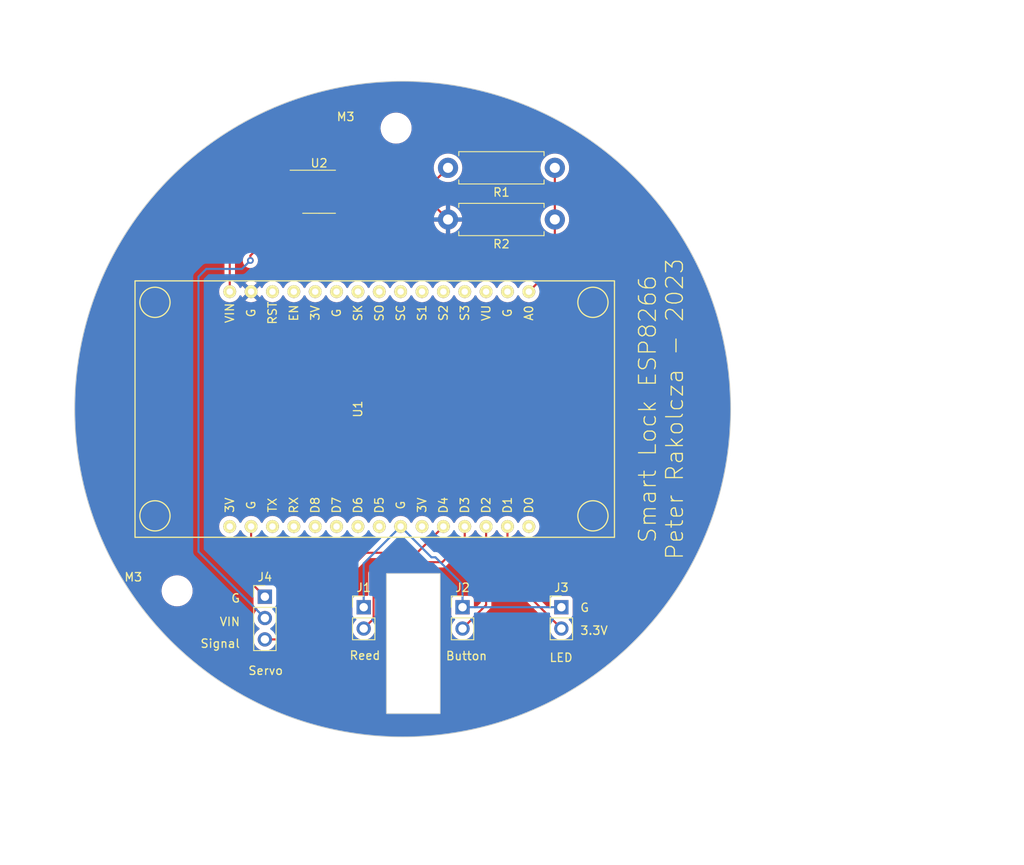
<source format=kicad_pcb>
(kicad_pcb (version 20221018) (generator pcbnew)
  (layers (0 "F.Cu" signal) (31 "B.Cu" signal) (34 "B.Paste" user) (35 "F.Paste" user) (36 "B.SilkS" user "B.Silkscreen") (37 "F.SilkS" user "F.Silkscreen") (38 "B.Mask" user) (39 "F.Mask" user) (44 "Edge.Cuts" user))
  (net 0 "")
  (net 1 "Net-(J1-Pin_1)")
  (net 2 "Net-(J1-Pin_2)")
  (net 3 "Net-(J4-Pin_1)")
  (net 4 "Net-(U1-A0(ADC0))")
  (net 5 "Net-(U2-VIOUT)")
  (net 6 "Net-(U2-GND)")
  (net 19 "Net-(U1-VIN)")
  (net 21 "Net-(J2-Pin_2)")
  (net 30 "Net-(J3-Pin_2)")
  (net 31 "Net-(J4-Pin_2)")
  (net 33 "Net-(J4-Pin_3)")
  (footprint "Connector_PinHeader_2.54mm:PinHeader_1x02_P2.54mm_Vertical" (layer "F.Cu") (at 82.1182 128.5698)
    (fp_text reference "J2" (at 0 -2.33) (layer "F.SilkS"))
    (fp_text value "Button")
    (fp_line (start -1.33 -1.33) (end 0 -1.33) (stroke (width 0.12)) (layer "F.SilkS"))
    (fp_line (start -1.33 0) (end -1.33 -1.33) (stroke (width 0.12)) (layer "F.SilkS"))
    (fp_line (start -1.33 1.27) (end -1.33 3.87) (stroke (width 0.12)) (layer "F.SilkS"))
    (fp_line (start -1.33 1.27) (end 1.33 1.27) (stroke (width 0.12)) (layer "F.SilkS"))
    (fp_line (start -1.33 3.87) (end 1.33 3.87) (stroke (width 0.12)) (layer "F.SilkS"))
    (fp_line (start 1.33 1.27) (end 1.33 3.87) (stroke (width 0.12)) (layer "F.SilkS"))
    (pad "1" thru_hole rect (at 0 0) (size 1.7 1.7) (drill 1) (layers "*.Cu" "*.Mask") (net 1 "Net-(J1-Pin_1)"))
    (pad "2" thru_hole oval (at 0 2.54) (size 1.7 1.7) (drill 1) (layers "*.Cu" "*.Mask") (net 21 "Net-(J2-Pin_2)"))
  )
  (footprint "NodeMCUv3:NodeMCU-LoLinV3" (layer "F.Cu") (at 69.68 105 -90)
    (fp_text reference "U1" (at 0 0 90) (layer "F.SilkS"))
    (fp_text value "NodeMCU1.0(ESP-12E)")
    (fp_text user "G" (at 11.43 12.7 90) (layer "F.SilkS"))
    (fp_text user "D3" (at 11.43 -12.7 90) (layer "F.SilkS"))
    (fp_text user "G" (at -11.43 -17.78 90) (layer "F.SilkS"))
    (fp_text user "G" (at 11.43 -5.08 90) (layer "F.SilkS"))
    (fp_text user "3V" (at 11.43 15.24 90) (layer "F.SilkS"))
    (fp_text user "TX" (at 11.43 10.16 90) (layer "F.SilkS"))
    (fp_text user "3V" (at -11.43 5.08 90) (layer "F.SilkS"))
    (fp_text user "SO" (at -11.43 -2.54 90) (layer "F.SilkS"))
    (fp_text user "VIN" (at -11.43 15.24 90) (layer "F.SilkS"))
    (fp_text user "G" (at -11.43 2.54 90) (layer "F.SilkS"))
    (fp_text user "RX" (at 11.43 7.62 90) (layer "F.SilkS"))
    (fp_text user "D6" (at 11.43 0 90) (layer "F.SilkS"))
    (fp_text user "D1" (at 11.43 -17.78 90) (layer "F.SilkS"))
    (fp_text user "S1" (at -11.43 -7.62 90) (layer "F.SilkS"))
    (fp_text user "G" (at -11.43 12.7 90) (layer "F.SilkS"))
    (fp_text user "D5" (at 11.43 -2.54 90) (layer "F.SilkS"))
    (fp_text user "RST" (at -11.43 10.16 90) (layer "F.SilkS"))
    (fp_text user "S3" (at -11.43 -12.7 90) (layer "F.SilkS"))
    (fp_text user "A0" (at -11.43 -20.32 90) (layer "F.SilkS"))
    (fp_text user "D4" (at 11.43 -10.16 90) (layer "F.SilkS"))
    (fp_text user "D8" (at 11.43 5.08 90) (layer "F.SilkS"))
    (fp_text user "VU" (at -11.43 -15.24 90) (layer "F.SilkS"))
    (fp_text user "SK" (at -11.43 0 90) (layer "F.SilkS"))
    (fp_text user "D0" (at 11.43 -20.32 90) (layer "F.SilkS"))
    (fp_text user "S2" (at -11.43 -10.16 90) (layer "F.SilkS"))
    (fp_text user "D2" (at 11.43 -15.24 90) (layer "F.SilkS"))
    (fp_text user "D7" (at 11.43 2.54 90) (layer "F.SilkS"))
    (fp_text user "EN" (at -11.43 7.62 90) (layer "F.SilkS"))
    (fp_text user "SC" (at -11.43 -5.08 90) (layer "F.SilkS"))
    (fp_text user "3V" (at 11.43 -7.62 90) (layer "F.SilkS"))
    (fp_line (start -15.25 -30.5) (end -15.25 26.5) (stroke (width 0.15)) (layer "F.SilkS"))
    (fp_line (start -15.25 26.5) (end 15.25 26.5) (stroke (width 0.15)) (layer "F.SilkS"))
    (fp_line (start -14.75 -30.5) (end -15.25 -30.5) (stroke (width 0.15)) (layer "F.SilkS"))
    (fp_line (start 15.25 -30.5) (end -14.75 -30.5) (stroke (width 0.15)) (layer "F.SilkS"))
    (fp_line (start 15.25 26.5) (end 15.25 -30.5) (stroke (width 0.15)) (layer "F.SilkS"))
    (fp_circle (center -12.7 -27.94) (end -11.43 -29.21) (stroke (width 0.15)) (fill none) (layer "F.SilkS"))
    (fp_circle (center -12.7 24.13) (end -11.43 22.86) (stroke (width 0.15)) (fill none) (layer "F.SilkS"))
    (fp_circle (center 12.7 -27.94) (end 13.97 -29.21) (stroke (width 0.15)) (fill none) (layer "F.SilkS"))
    (fp_circle (center 12.7 24.13) (end 13.97 22.86) (stroke (width 0.15)) (fill none) (layer "F.SilkS"))
    (pad "1" thru_hole circle (at -13.97 -20.32 270) (size 1.524 1.524) (drill 0.762) (layers "*.Cu" "*.Mask" "F.SilkS") (net 4 "Net-(U1-A0(ADC0))"))
    (pad "2" thru_hole circle (at -13.97 -17.78 270) (size 1.524 1.524) (drill 0.762) (layers "*.Cu" "*.Mask" "F.SilkS"))
    (pad "3" thru_hole circle (at -13.97 -15.24 270) (size 1.524 1.524) (drill 0.762) (layers "*.Cu" "*.Mask" "F.SilkS"))
    (pad "4" thru_hole circle (at -13.97 -12.7 270) (size 1.524 1.524) (drill 0.762) (layers "*.Cu" "*.Mask" "F.SilkS"))
    (pad "5" thru_hole circle (at -13.97 -10.16 270) (size 1.524 1.524) (drill 0.762) (layers "*.Cu" "*.Mask" "F.SilkS"))
    (pad "6" thru_hole circle (at -13.97 -7.62 270) (size 1.524 1.524) (drill 0.762) (layers "*.Cu" "*.Mask" "F.SilkS"))
    (pad "7" thru_hole circle (at -13.97 -5.08 270) (size 1.524 1.524) (drill 0.762) (layers "*.Cu" "*.Mask" "F.SilkS"))
    (pad "8" thru_hole circle (at -13.97 -2.54 270) (size 1.524 1.524) (drill 0.762) (layers "*.Cu" "*.Mask" "F.SilkS"))
    (pad "9" thru_hole circle (at -13.97 0 270) (size 1.524 1.524) (drill 0.762) (layers "*.Cu" "*.Mask" "F.SilkS"))
    (pad "10" thru_hole circle (at -13.97 2.54 270) (size 1.524 1.524) (drill 0.762) (layers "*.Cu" "*.Mask" "F.SilkS"))
    (pad "11" thru_hole circle (at -13.97 5.08 270) (size 1.524 1.524) (drill 0.762) (layers "*.Cu" "*.Mask" "F.SilkS"))
    (pad "12" thru_hole circle (at -13.97 7.62 270) (size 1.524 1.524) (drill 0.762) (layers "*.Cu" "*.Mask" "F.SilkS"))
    (pad "13" thru_hole circle (at -13.97 10.16 270) (size 1.524 1.524) (drill 0.762) (layers "*.Cu" "*.Mask" "F.SilkS"))
    (pad "14" thru_hole circle (at -13.97 12.7 270) (size 1.524 1.524) (drill 0.762) (layers "*.Cu" "*.Mask" "F.SilkS") (net 6 "Net-(U2-GND)"))
    (pad "15" thru_hole circle (at -13.97 15.24 270) (size 1.524 1.524) (drill 0.762) (layers "*.Cu" "*.Mask" "F.SilkS") (net 19 "Net-(U1-VIN)"))
    (pad "16" thru_hole circle (at 13.97 15.24 270) (size 1.524 1.524) (drill 0.762) (layers "*.Cu" "*.Mask" "F.SilkS"))
    (pad "17" thru_hole circle (at 13.97 12.7 270) (size 1.524 1.524) (drill 0.762) (layers "*.Cu" "*.Mask" "F.SilkS") (net 3 "Net-(J4-Pin_1)"))
    (pad "18" thru_hole circle (at 13.97 10.16 270) (size 1.524 1.524) (drill 0.762) (layers "*.Cu" "*.Mask" "F.SilkS"))
    (pad "19" thru_hole circle (at 13.97 7.62 270) (size 1.524 1.524) (drill 0.762) (layers "*.Cu" "*.Mask" "F.SilkS"))
    (pad "20" thru_hole circle (at 13.97 5.08 270) (size 1.524 1.524) (drill 0.762) (layers "*.Cu" "*.Mask" "F.SilkS"))
    (pad "21" thru_hole circle (at 13.97 2.54 270) (size 1.524 1.524) (drill 0.762) (layers "*.Cu" "*.Mask" "F.SilkS"))
    (pad "22" thru_hole circle (at 13.97 0 270) (size 1.524 1.524) (drill 0.762) (layers "*.Cu" "*.Mask" "F.SilkS"))
    (pad "23" thru_hole circle (at 13.97 -2.54 270) (size 1.524 1.524) (drill 0.762) (layers "*.Cu" "*.Mask" "F.SilkS"))
    (pad "24" thru_hole circle (at 13.97 -5.08 270) (size 1.524 1.524) (drill 0.762) (layers "*.Cu" "*.Mask" "F.SilkS") (net 1 "Net-(J1-Pin_1)"))
    (pad "25" thru_hole circle (at 13.97 -7.62 270) (size 1.524 1.524) (drill 0.762) (layers "*.Cu" "*.Mask" "F.SilkS"))
    (pad "26" thru_hole circle (at 13.97 -10.16 270) (size 1.524 1.524) (drill 0.762) (layers "*.Cu" "*.Mask" "F.SilkS") (net 33 "Net-(J4-Pin_3)"))
    (pad "27" thru_hole circle (at 13.97 -12.7 270) (size 1.524 1.524) (drill 0.762) (layers "*.Cu" "*.Mask" "F.SilkS") (net 2 "Net-(J1-Pin_2)"))
    (pad "28" thru_hole circle (at 13.97 -15.24 270) (size 1.524 1.524) (drill 0.762) (layers "*.Cu" "*.Mask" "F.SilkS") (net 21 "Net-(J2-Pin_2)"))
    (pad "29" thru_hole circle (at 13.97 -17.78 270) (size 1.524 1.524) (drill 0.762) (layers "*.Cu" "*.Mask" "F.SilkS") (net 30 "Net-(J3-Pin_2)"))
    (pad "30" thru_hole circle (at 13.97 -20.32 270) (size 1.524 1.524) (drill 0.762) (layers "*.Cu" "*.Mask" "F.SilkS"))
  )
  (footprint "Connector_PinHeader_2.54mm:PinHeader_1x02_P2.54mm_Vertical" (layer "F.Cu") (at 70.368267 128.5698)
    (fp_text reference "J1" (at 0 -2.33) (layer "F.SilkS"))
    (fp_text value "Reed")
    (fp_line (start -1.33 -1.33) (end 0 -1.33) (stroke (width 0.12)) (layer "F.SilkS"))
    (fp_line (start -1.33 0) (end -1.33 -1.33) (stroke (width 0.12)) (layer "F.SilkS"))
    (fp_line (start -1.33 1.27) (end -1.33 3.87) (stroke (width 0.12)) (layer "F.SilkS"))
    (fp_line (start -1.33 1.27) (end 1.33 1.27) (stroke (width 0.12)) (layer "F.SilkS"))
    (fp_line (start -1.33 3.87) (end 1.33 3.87) (stroke (width 0.12)) (layer "F.SilkS"))
    (fp_line (start 1.33 1.27) (end 1.33 3.87) (stroke (width 0.12)) (layer "F.SilkS"))
    (pad "1" thru_hole rect (at 0 0) (size 1.7 1.7) (drill 1) (layers "*.Cu" "*.Mask") (net 1 "Net-(J1-Pin_1)"))
    (pad "2" thru_hole oval (at 0 2.54) (size 1.7 1.7) (drill 1) (layers "*.Cu" "*.Mask") (net 2 "Net-(J1-Pin_2)"))
  )
  (footprint "Resistor_THT:R_Axial_DIN0411_L9.9mm_D3.6mm_P12.70mm_Horizontal" (layer "F.Cu") (at 93.091 76.3016 180)
    (fp_text reference "R1" (at 6.35 -2.92) (layer "F.SilkS"))
    (fp_text value "1k")
    (fp_line (start 1.28 -1.92) (end 11.42 -1.92) (stroke (width 0.12)) (layer "F.SilkS"))
    (fp_line (start 1.28 -1.44) (end 1.28 -1.92) (stroke (width 0.12)) (layer "F.SilkS"))
    (fp_line (start 1.28 1.44) (end 1.28 1.92) (stroke (width 0.12)) (layer "F.SilkS"))
    (fp_line (start 1.28 1.92) (end 11.42 1.92) (stroke (width 0.12)) (layer "F.SilkS"))
    (fp_line (start 11.42 -1.92) (end 11.42 -1.44) (stroke (width 0.12)) (layer "F.SilkS"))
    (fp_line (start 11.42 1.92) (end 11.42 1.44) (stroke (width 0.12)) (layer "F.SilkS"))
    (pad "1" thru_hole circle (at 0 0 180) (size 2.4 2.4) (drill 1.2) (layers "*.Cu" "*.Mask") (net 4 "Net-(U1-A0(ADC0))"))
    (pad "2" thru_hole oval (at 12.7 0 180) (size 2.4 2.4) (drill 1.2) (layers "*.Cu" "*.Mask") (net 5 "Net-(U2-VIOUT)"))
  )
  (footprint "Resistor_THT:R_Axial_DIN0411_L9.9mm_D3.6mm_P12.70mm_Horizontal" (layer "F.Cu") (at 93.091 82.4484 180)
    (fp_text reference "R2" (at 6.35 -2.92) (layer "F.SilkS"))
    (fp_text value "2k")
    (fp_line (start 1.28 -1.92) (end 11.42 -1.92) (stroke (width 0.12)) (layer "F.SilkS"))
    (fp_line (start 1.28 -1.44) (end 1.28 -1.92) (stroke (width 0.12)) (layer "F.SilkS"))
    (fp_line (start 1.28 1.44) (end 1.28 1.92) (stroke (width 0.12)) (layer "F.SilkS"))
    (fp_line (start 1.28 1.92) (end 11.42 1.92) (stroke (width 0.12)) (layer "F.SilkS"))
    (fp_line (start 11.42 -1.92) (end 11.42 -1.44) (stroke (width 0.12)) (layer "F.SilkS"))
    (fp_line (start 11.42 1.92) (end 11.42 1.44) (stroke (width 0.12)) (layer "F.SilkS"))
    (pad "1" thru_hole circle (at 0 0 180) (size 2.4 2.4) (drill 1.2) (layers "*.Cu" "*.Mask") (net 4 "Net-(U1-A0(ADC0))"))
    (pad "2" thru_hole oval (at 12.7 0 180) (size 2.4 2.4) (drill 1.2) (layers "*.Cu" "*.Mask") (net 6 "Net-(U2-GND)"))
  )
  (footprint "Package_SO:SOIC-8_3.9x4.9mm_P1.27mm" (layer "F.Cu") (at 65.0636 79.1464)
    (fp_text reference "U2" (at 0 -3.4) (layer "F.SilkS"))
    (fp_text value "ACS712xLCTR-30A")
    (fp_line (start 0 -2.56) (end -3.45 -2.56) (stroke (width 0.12)) (layer "F.SilkS"))
    (fp_line (start 0 -2.56) (end 1.95 -2.56) (stroke (width 0.12)) (layer "F.SilkS"))
    (fp_line (start 0 2.56) (end -1.95 2.56) (stroke (width 0.12)) (layer "F.SilkS"))
    (fp_line (start 0 2.56) (end 1.95 2.56) (stroke (width 0.12)) (layer "F.SilkS"))
    (pad "1" smd roundrect (at -2.475 -1.905) (size 1.95 0.6) (layers "F.Cu" "F.Paste" "F.Mask") (net 19 "Net-(U1-VIN)"))
    (pad "2" smd roundrect (at -2.475 -0.635) (size 1.95 0.6) (layers "F.Cu" "F.Paste" "F.Mask") (net 19 "Net-(U1-VIN)"))
    (pad "3" smd roundrect (at -2.475 0.635) (size 1.95 0.6) (layers "F.Cu" "F.Paste" "F.Mask") (net 31 "Net-(J4-Pin_2)"))
    (pad "4" smd roundrect (at -2.475 1.905) (size 1.95 0.6) (layers "F.Cu" "F.Paste" "F.Mask") (net 31 "Net-(J4-Pin_2)"))
    (pad "5" smd roundrect (at 2.475 1.905) (size 1.95 0.6) (layers "F.Cu" "F.Paste" "F.Mask") (net 6 "Net-(U2-GND)"))
    (pad "6" smd roundrect (at 2.475 0.635) (size 1.95 0.6) (layers "F.Cu" "F.Paste" "F.Mask"))
    (pad "7" smd roundrect (at 2.475 -0.635) (size 1.95 0.6) (layers "F.Cu" "F.Paste" "F.Mask") (net 5 "Net-(U2-VIOUT)"))
    (pad "8" smd roundrect (at 2.475 -1.905) (size 1.95 0.6) (layers "F.Cu" "F.Paste" "F.Mask") (net 19 "Net-(U1-VIN)"))
  )
  (footprint "MountingHole:MountingHole_3.2mm_M3" (layer "F.Cu") (at 48.1838 126.619)
    (fp_text reference "M3" (at -5.207 -1.6256) (layer "F.SilkS"))
    (fp_text value "MountingHole_3.2mm_M3")
    (pad "" np_thru_hole circle (at 0 0) (size 3.2 3.2) (drill 3.2) (layers "*.Cu" "*.Mask"))
  )
  (footprint "Connector_PinHeader_2.54mm:PinHeader_1x02_P2.54mm_Vertical" (layer "F.Cu") (at 93.868134 128.5698)
    (fp_text reference "J3" (at 0 -2.33) (layer "F.SilkS"))
    (fp_text value "LED")
    (fp_line (start -1.33 -1.33) (end 0 -1.33) (stroke (width 0.12)) (layer "F.SilkS"))
    (fp_line (start -1.33 0) (end -1.33 -1.33) (stroke (width 0.12)) (layer "F.SilkS"))
    (fp_line (start -1.33 1.27) (end -1.33 3.87) (stroke (width 0.12)) (layer "F.SilkS"))
    (fp_line (start -1.33 1.27) (end 1.33 1.27) (stroke (width 0.12)) (layer "F.SilkS"))
    (fp_line (start -1.33 3.87) (end 1.33 3.87) (stroke (width 0.12)) (layer "F.SilkS"))
    (fp_line (start 1.33 1.27) (end 1.33 3.87) (stroke (width 0.12)) (layer "F.SilkS"))
    (pad "1" thru_hole rect (at 0 0) (size 1.7 1.7) (drill 1) (layers "*.Cu" "*.Mask") (net 1 "Net-(J1-Pin_1)"))
    (pad "2" thru_hole oval (at 0 2.54) (size 1.7 1.7) (drill 1) (layers "*.Cu" "*.Mask") (net 30 "Net-(J3-Pin_2)"))
  )
  (footprint "MountingHole:MountingHole_3.2mm_M3" (layer "F.Cu") (at 74.2188 71.5772)
    (fp_text reference "M3" (at -5.9944 -1.3462) (layer "F.SilkS"))
    (fp_text value "MountingHole_3.2mm_M3")
    (pad "" np_thru_hole circle (at 0 0) (size 3.2 3.2) (drill 3.2) (layers "*.Cu" "*.Mask"))
  )
  (footprint "Connector_PinHeader_2.54mm:PinHeader_1x03_P2.54mm_Vertical" (layer "F.Cu") (at 58.618334 127.3198)
    (fp_text reference "J4" (at 0 -2.33) (layer "F.SilkS"))
    (fp_text value "Servo")
    (fp_line (start -1.33 -1.33) (end 0 -1.33) (stroke (width 0.12)) (layer "F.SilkS"))
    (fp_line (start -1.33 0) (end -1.33 -1.33) (stroke (width 0.12)) (layer "F.SilkS"))
    (fp_line (start -1.33 1.27) (end -1.33 6.41) (stroke (width 0.12)) (layer "F.SilkS"))
    (fp_line (start -1.33 1.27) (end 1.33 1.27) (stroke (width 0.12)) (layer "F.SilkS"))
    (fp_line (start -1.33 6.41) (end 1.33 6.41) (stroke (width 0.12)) (layer "F.SilkS"))
    (fp_line (start 1.33 1.27) (end 1.33 6.41) (stroke (width 0.12)) (layer "F.SilkS"))
    (pad "1" thru_hole rect (at 0 0) (size 1.7 1.7) (drill 1) (layers "*.Cu" "*.Mask") (net 3 "Net-(J4-Pin_1)"))
    (pad "2" thru_hole oval (at 0 2.54) (size 1.7 1.7) (drill 1) (layers "*.Cu" "*.Mask") (net 31 "Net-(J4-Pin_2)"))
    (pad "3" thru_hole oval (at 0 5.08) (size 1.7 1.7) (drill 1) (layers "*.Cu" "*.Mask") (net 33 "Net-(J4-Pin_3)"))
  )
  (gr_rect (start 73.0758 124.5616) (end 79.4512 141.224) (stroke (width 0.1)) (fill none) (layer "Edge.Cuts"))
  (gr_circle (center 75 105) (end 114 105) (stroke (width 0.1)) (fill none) (layer "Edge.Cuts"))
  (gr_text "Signal" (at 50.876485 133.477) (layer "F.SilkS") (effects (font (size 1 1)) (justify left bottom)))
  (gr_text "Servo" (at 56.5658 136.7028) (layer "F.SilkS") (effects (font (size 1 1)) (justify left bottom)))
  (gr_text "G" (at 54.543152 128.0922) (layer "F.SilkS") (effects (font (size 1 1)) (justify left bottom)))
  (gr_text "3.3V" (at 96.0374 131.9276) (layer "F.SilkS") (effects (font (size 1 1)) (justify left bottom)))
  (gr_text "Reed" (at 68.6054 134.8994) (layer "F.SilkS") (effects (font (size 1 1)) (justify left bottom)))
  (gr_text "Button" (at 80.0608 134.9502) (layer "F.SilkS") (effects (font (size 1 1)) (justify left bottom)))
  (gr_text "LED" (at 92.3798 135.1534) (layer "F.SilkS") (effects (font (size 1 1)) (justify left bottom)))
  (gr_text "VIN" (at 53.1622 130.8862) (layer "F.SilkS") (effects (font (size 1 1)) (justify left bottom)))
  (gr_text "G" (at 96.0374 129.2098) (layer "F.SilkS") (effects (font (size 1 1)) (justify left bottom)))
  (gr_text "Smart Lock ESP8266\nPeter Rakolcza - 2023" (at 108.5088 105 90) (layer "F.SilkS") (effects (font (size 2 2)) (justify bottom)))
  (segment (start 82.1182 125.857) (end 78.8924 122.6312) (width 0.25) (layer "B.Cu") (net 1))
  (segment (start 78.4212 122.6312) (end 74.76 118.97) (width 0.25) (layer "B.Cu") (net 1))
  (segment (start 82.1182 128.5698) (end 93.868134 128.5698) (width 0.25) (layer "B.Cu") (net 1))
  (segment (start 70.368267 123.361733) (end 74.76 118.97) (width 0.25) (layer "B.Cu") (net 1))
  (segment (start 78.8924 122.6312) (end 78.4212 122.6312) (width 0.25) (layer "B.Cu") (net 1))
  (segment (start 82.1182 128.5698) (end 82.1182 125.857) (width 0.25) (layer "B.Cu") (net 1))
  (segment (start 70.368267 128.5698) (end 70.368267 123.361733) (width 0.25) (layer "B.Cu") (net 1))
  (segment (start 82.38 120.5406) (end 82.38 118.97) (width 0.25) (layer "F.Cu") (net 2))
  (segment (start 71.543267 129.9348) (end 71.543267 124.595533) (width 0.25) (layer "F.Cu") (net 2))
  (segment (start 72.9234 123.2154) (end 79.7052 123.2154) (width 0.25) (layer "F.Cu") (net 2))
  (segment (start 70.368267 131.1098) (end 71.543267 129.9348) (width 0.25) (layer "F.Cu") (net 2))
  (segment (start 71.543267 124.595533) (end 72.9234 123.2154) (width 0.25) (layer "F.Cu") (net 2))
  (segment (start 79.7052 123.2154) (end 82.38 120.5406) (width 0.25) (layer "F.Cu") (net 2))
  (segment (start 56.98 118.97) (end 56.98 125.681466) (width 0.25) (layer "F.Cu") (net 3))
  (segment (start 56.98 125.681466) (end 58.618334 127.3198) (width 0.25) (layer "F.Cu") (net 3))
  (segment (start 93.091 82.4484) (end 93.091 87.939) (width 0.25) (layer "F.Cu") (net 4))
  (segment (start 93.091 87.939) (end 90 91.03) (width 0.25) (layer "F.Cu") (net 4))
  (segment (start 93.091 76.3016) (end 93.091 82.4484) (width 0.25) (layer "F.Cu") (net 4))
  (segment (start 78.1812 78.5114) (end 80.391 76.3016) (width 0.25) (layer "F.Cu") (net 5))
  (segment (start 67.5386 78.5114) (end 78.1812 78.5114) (width 0.25) (layer "F.Cu") (net 5))
  (segment (start 56.98 91.03) (end 66.9586 81.0514) (width 0.25) (layer "F.Cu") (net 6))
  (segment (start 78.994 81.0514) (end 80.391 82.4484) (width 0.25) (layer "F.Cu") (net 6))
  (segment (start 66.9586 81.0514) (end 67.5386 81.0514) (width 0.25) (layer "F.Cu") (net 6))
  (segment (start 67.5386 81.0514) (end 78.994 81.0514) (width 0.25) (layer "F.Cu") (net 6))
  (segment (start 54.44 82.6692) (end 54.44 91.03) (width 0.25) (layer "F.Cu") (net 19))
  (segment (start 64.516 77.2414) (end 64.516 77.851) (width 0.25) (layer "F.Cu") (net 19))
  (segment (start 63.8556 78.5114) (end 62.5886 78.5114) (width 0.25) (layer "F.Cu") (net 19))
  (segment (start 67.5386 77.2414) (end 64.516 77.2414) (width 0.25) (layer "F.Cu") (net 19))
  (segment (start 64.516 77.2414) (end 62.5886 77.2414) (width 0.25) (layer "F.Cu") (net 19))
  (segment (start 58.5978 78.5114) (end 54.44 82.6692) (width 0.25) (layer "F.Cu") (net 19))
  (segment (start 64.516 77.851) (end 63.8556 78.5114) (width 0.25) (layer "F.Cu") (net 19))
  (segment (start 62.5886 78.5114) (end 58.5978 78.5114) (width 0.25) (layer "F.Cu") (net 19))
  (segment (start 84.92 128.308) (end 84.92 118.97) (width 0.25) (layer "F.Cu") (net 21))
  (segment (start 82.1182 131.1098) (end 84.92 128.308) (width 0.25) (layer "F.Cu") (net 21))
  (segment (start 93.868134 131.1098) (end 87.46 124.701666) (width 0.25) (layer "F.Cu") (net 30))
  (segment (start 87.46 124.701666) (end 87.46 118.97) (width 0.25) (layer "F.Cu") (net 30))
  (segment (start 65.2272 79.9846) (end 65.2272 80.8228) (width 0.25) (layer "F.Cu") (net 31))
  (segment (start 56.896 86.744) (end 56.896 87.3252) (width 0.25) (layer "F.Cu") (net 31))
  (segment (start 64.9986 81.0514) (end 62.5886 81.0514) (width 0.25) (layer "F.Cu") (net 31))
  (segment (start 62.5886 81.0514) (end 56.896 86.744) (width 0.25) (layer "F.Cu") (net 31))
  (segment (start 65.2272 80.8228) (end 64.9986 81.0514) (width 0.25) (layer "F.Cu") (net 31))
  (segment (start 65.024 79.7814) (end 65.2272 79.9846) (width 0.25) (layer "F.Cu") (net 31))
  (segment (start 62.5886 79.7814) (end 65.024 79.7814) (width 0.25) (layer "F.Cu") (net 31))
  (via (at 56.896 87.3252) (size 0.8) (drill 0.4) (layers "F.Cu" "B.Cu") (net 31))
  (segment (start 50.7238 121.965266) (end 58.618334 129.8598) (width 0.25) (layer "B.Cu") (net 31))
  (segment (start 50.7238 89.2556) (end 50.7238 121.965266) (width 0.25) (layer "B.Cu") (net 31))
  (segment (start 56.896 87.3252) (end 55.893 88.3282) (width 0.25) (layer "B.Cu") (net 31))
  (segment (start 55.893 88.3282) (end 51.6512 88.3282) (width 0.25) (layer "B.Cu") (net 31))
  (segment (start 51.6512 88.3282) (end 50.7238 89.2556) (width 0.25) (layer "B.Cu") (net 31))
  (segment (start 60.327451 132.3998) (end 70.629451 122.0978) (width 0.25) (layer "F.Cu") (net 33))
  (segment (start 58.618334 132.3998) (end 60.327451 132.3998) (width 0.25) (layer "F.Cu") (net 33))
  (segment (start 70.629451 122.0978) (end 76.7122 122.0978) (width 0.25) (layer "F.Cu") (net 33))
  (segment (start 76.7122 122.0978) (end 79.84 118.97) (width 0.25) (layer "F.Cu") (net 33))
  (zone (net 6) (net_name "Net-(U2-GND)") (layer "F.Cu") (connect_pads (clearance 0.5)) (min_thickness 0.25) (fill yes (thermal_gap 0.5) (thermal_bridge_width 0.5))
    (polygon (pts (xy 59.8932 58.2676) (xy 32.0294 80.9498) (xy 28.194 132.4102) (xy 83.2612 156.8958) (xy 148.8694 122.9868) (xy 107.9754 66.3448)))
  )
  (zone (net 6) (net_name "Net-(U2-GND)") (layer "B.Cu") (priority 1) (connect_pads (clearance 0.5)) (min_thickness 0.25) (fill yes (thermal_gap 0.5) (thermal_bridge_width 0.5))
    (polygon (pts (xy 49.8348 64.6684) (xy 27.1272 86.233) (xy 32.9692 143.0782) (xy 98.1456 159.258) (xy 136.779 113.1824) (xy 126.0094 79.0448) (xy 72.7456 56.3372)))
  )
)
</source>
